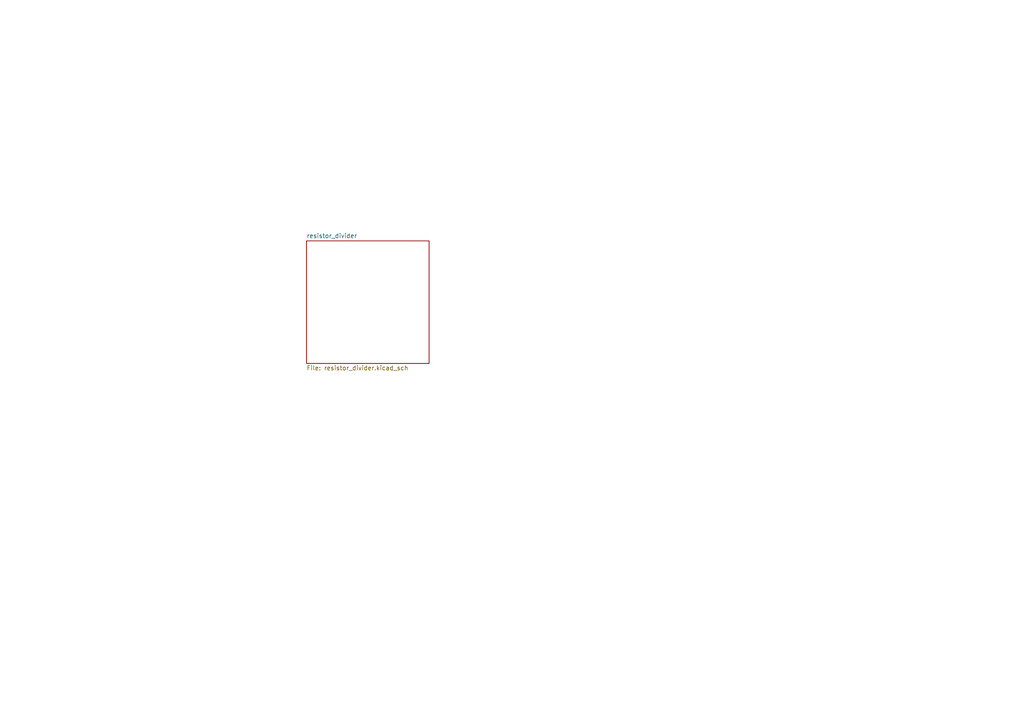
<source format=kicad_sch>
(kicad_sch
	(version 20250114)
	(generator "eeschema")
	(generator_version "9.0")
	(uuid "6df1c97a-3a22-44fe-92e9-842fd4f8219e")
	(paper "A4")
	(lib_symbols)
	(sheet
		(at 88.9 69.85)
		(size 35.56 35.56)
		(exclude_from_sim no)
		(in_bom yes)
		(on_board yes)
		(dnp no)
		(fields_autoplaced yes)
		(stroke
			(width 0.1524)
			(type solid)
		)
		(fill
			(color 0 0 0 0.0000)
		)
		(uuid "fd46820a-bda7-4d08-9e86-1785600aeb04")
		(property "Sheetname" "resistor_divider"
			(at 88.9 69.1384 0)
			(effects
				(font
					(size 1.27 1.27)
				)
				(justify left bottom)
			)
		)
		(property "Sheetfile" "resistor_divider.kicad_sch"
			(at 88.9 105.9946 0)
			(effects
				(font
					(size 1.27 1.27)
				)
				(justify left top)
			)
		)
		(instances
			(project "reference_design"
				(path "/6df1c97a-3a22-44fe-92e9-842fd4f8219e"
					(page "2")
				)
			)
		)
	)
	(sheet_instances
		(path "/"
			(page "1")
		)
	)
	(embedded_fonts no)
)

</source>
